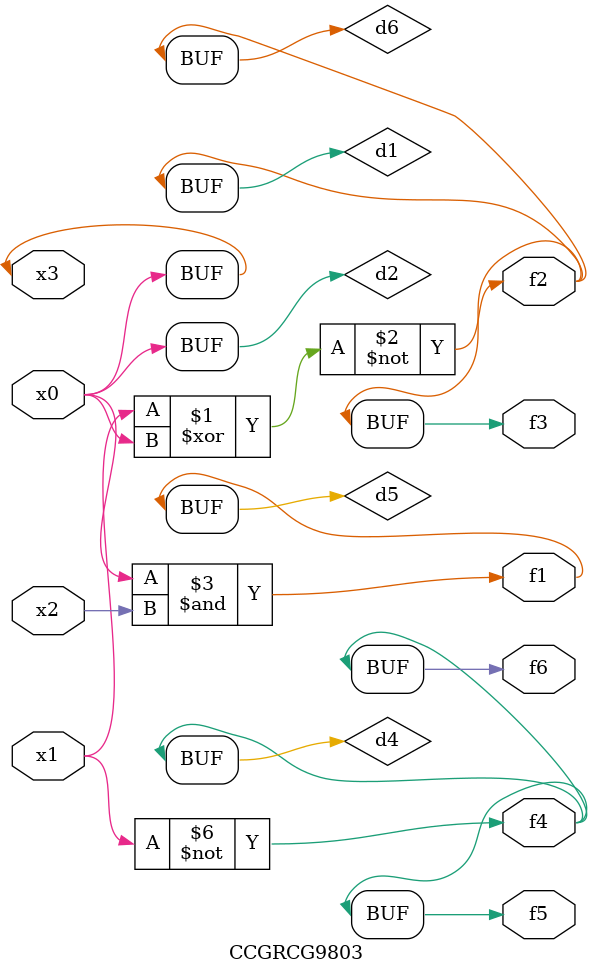
<source format=v>
module CCGRCG9803(
	input x0, x1, x2, x3,
	output f1, f2, f3, f4, f5, f6
);

	wire d1, d2, d3, d4, d5, d6;

	xnor (d1, x1, x3);
	buf (d2, x0, x3);
	nand (d3, x0, x2);
	not (d4, x1);
	nand (d5, d3);
	or (d6, d1);
	assign f1 = d5;
	assign f2 = d6;
	assign f3 = d6;
	assign f4 = d4;
	assign f5 = d4;
	assign f6 = d4;
endmodule

</source>
